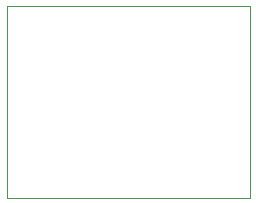
<source format=gko>
G04 (created by PCBNEW (2013-07-07 BZR 4022)-stable) date 15/01/2015 17:01:17*
%MOIN*%
G04 Gerber Fmt 3.4, Leading zero omitted, Abs format*
%FSLAX34Y34*%
G01*
G70*
G90*
G04 APERTURE LIST*
%ADD10C,0.00590551*%
%ADD11C,0.00393701*%
G04 APERTURE END LIST*
G54D10*
G54D11*
X66900Y-42700D02*
X66900Y-36300D01*
X75000Y-42700D02*
X66900Y-42700D01*
X75000Y-36300D02*
X75000Y-42700D01*
X66900Y-36300D02*
X75000Y-36300D01*
M02*

</source>
